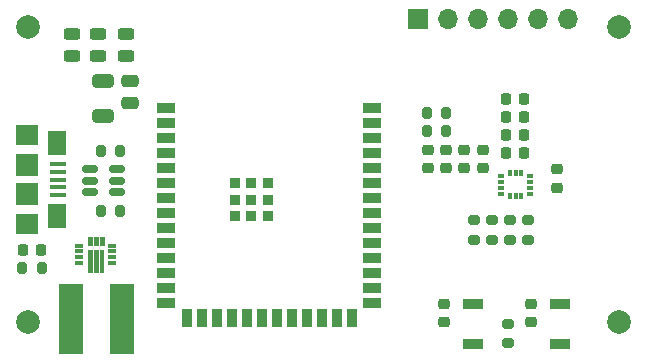
<source format=gts>
G04 #@! TF.GenerationSoftware,KiCad,Pcbnew,9.0.0*
G04 #@! TF.CreationDate,2025-02-24T19:41:21+01:00*
G04 #@! TF.ProjectId,SourceFIle,536f7572-6365-4464-996c-652e6b696361,02*
G04 #@! TF.SameCoordinates,Original*
G04 #@! TF.FileFunction,Soldermask,Top*
G04 #@! TF.FilePolarity,Negative*
%FSLAX46Y46*%
G04 Gerber Fmt 4.6, Leading zero omitted, Abs format (unit mm)*
G04 Created by KiCad (PCBNEW 9.0.0) date 2025-02-24 19:41:21*
%MOMM*%
%LPD*%
G01*
G04 APERTURE LIST*
G04 Aperture macros list*
%AMRoundRect*
0 Rectangle with rounded corners*
0 $1 Rounding radius*
0 $2 $3 $4 $5 $6 $7 $8 $9 X,Y pos of 4 corners*
0 Add a 4 corners polygon primitive as box body*
4,1,4,$2,$3,$4,$5,$6,$7,$8,$9,$2,$3,0*
0 Add four circle primitives for the rounded corners*
1,1,$1+$1,$2,$3*
1,1,$1+$1,$4,$5*
1,1,$1+$1,$6,$7*
1,1,$1+$1,$8,$9*
0 Add four rect primitives between the rounded corners*
20,1,$1+$1,$2,$3,$4,$5,0*
20,1,$1+$1,$4,$5,$6,$7,0*
20,1,$1+$1,$6,$7,$8,$9,0*
20,1,$1+$1,$8,$9,$2,$3,0*%
G04 Aperture macros list end*
%ADD10C,0.010000*%
%ADD11RoundRect,0.225000X-0.225000X-0.250000X0.225000X-0.250000X0.225000X0.250000X-0.225000X0.250000X0*%
%ADD12RoundRect,0.225000X-0.250000X0.225000X-0.250000X-0.225000X0.250000X-0.225000X0.250000X0.225000X0*%
%ADD13RoundRect,0.225000X0.225000X0.250000X-0.225000X0.250000X-0.225000X-0.250000X0.225000X-0.250000X0*%
%ADD14R,1.350000X0.400000*%
%ADD15R,1.600000X2.100000*%
%ADD16R,1.900000X1.800000*%
%ADD17R,1.900000X1.900000*%
%ADD18R,1.500000X0.900000*%
%ADD19R,0.900000X1.500000*%
%ADD20R,0.900000X0.900000*%
%ADD21R,1.700000X1.700000*%
%ADD22O,1.700000X1.700000*%
%ADD23C,2.000000*%
%ADD24RoundRect,0.150000X-0.512500X-0.150000X0.512500X-0.150000X0.512500X0.150000X-0.512500X0.150000X0*%
%ADD25RoundRect,0.243750X-0.456250X0.243750X-0.456250X-0.243750X0.456250X-0.243750X0.456250X0.243750X0*%
%ADD26RoundRect,0.200000X0.275000X-0.200000X0.275000X0.200000X-0.275000X0.200000X-0.275000X-0.200000X0*%
%ADD27R,1.700000X0.900000*%
%ADD28RoundRect,0.200000X-0.200000X-0.275000X0.200000X-0.275000X0.200000X0.275000X-0.200000X0.275000X0*%
%ADD29R,0.576580X0.351536*%
%ADD30R,0.351536X0.576580*%
%ADD31RoundRect,0.250000X0.475000X-0.250000X0.475000X0.250000X-0.475000X0.250000X-0.475000X-0.250000X0*%
%ADD32RoundRect,0.250000X0.650000X-0.325000X0.650000X0.325000X-0.650000X0.325000X-0.650000X-0.325000X0*%
%ADD33RoundRect,0.200000X-0.275000X0.200000X-0.275000X-0.200000X0.275000X-0.200000X0.275000X0.200000X0*%
%ADD34RoundRect,0.225000X0.250000X-0.225000X0.250000X0.225000X-0.250000X0.225000X-0.250000X-0.225000X0*%
%ADD35RoundRect,0.025000X0.300000X-0.120000X0.300000X0.120000X-0.300000X0.120000X-0.300000X-0.120000X0*%
%ADD36RoundRect,0.025000X-0.300000X0.120000X-0.300000X-0.120000X0.300000X-0.120000X0.300000X0.120000X0*%
%ADD37RoundRect,0.200000X0.200000X0.275000X-0.200000X0.275000X-0.200000X-0.275000X0.200000X-0.275000X0*%
%ADD38R,2.000000X6.000000*%
G04 APERTURE END LIST*
D10*
X134240000Y-90830000D02*
X133900000Y-90830000D01*
X133900000Y-90130000D01*
X134240000Y-90130000D01*
X134240000Y-90830000D01*
G36*
X134240000Y-90830000D02*
G01*
X133900000Y-90830000D01*
X133900000Y-90130000D01*
X134240000Y-90130000D01*
X134240000Y-90830000D01*
G37*
X134240000Y-93130000D02*
X133920000Y-93130000D01*
X133920000Y-91240000D01*
X134240000Y-91240000D01*
X134240000Y-93130000D01*
G36*
X134240000Y-93130000D02*
G01*
X133920000Y-93130000D01*
X133920000Y-91240000D01*
X134240000Y-91240000D01*
X134240000Y-93130000D01*
G37*
X134740000Y-90830000D02*
X134400000Y-90830000D01*
X134400000Y-90130000D01*
X134740000Y-90130000D01*
X134740000Y-90830000D01*
G36*
X134740000Y-90830000D02*
G01*
X134400000Y-90830000D01*
X134400000Y-90130000D01*
X134740000Y-90130000D01*
X134740000Y-90830000D01*
G37*
X134740000Y-93130000D02*
X134400000Y-93130000D01*
X134400000Y-91240000D01*
X134740000Y-91240000D01*
X134740000Y-93130000D01*
G36*
X134740000Y-93130000D02*
G01*
X134400000Y-93130000D01*
X134400000Y-91240000D01*
X134740000Y-91240000D01*
X134740000Y-93130000D01*
G37*
X135240000Y-90830000D02*
X134900000Y-90830000D01*
X134900000Y-90130000D01*
X135240000Y-90130000D01*
X135240000Y-90830000D01*
G36*
X135240000Y-90830000D02*
G01*
X134900000Y-90830000D01*
X134900000Y-90130000D01*
X135240000Y-90130000D01*
X135240000Y-90830000D01*
G37*
X135220000Y-93130000D02*
X134900000Y-93130000D01*
X134900000Y-91240000D01*
X135220000Y-91240000D01*
X135220000Y-93130000D01*
G36*
X135220000Y-93130000D02*
G01*
X134900000Y-93130000D01*
X134900000Y-91240000D01*
X135220000Y-91240000D01*
X135220000Y-93130000D01*
G37*
D11*
X128415000Y-91270000D03*
X129965000Y-91270000D03*
D12*
X167325000Y-82798332D03*
X167325000Y-84348332D03*
X171400000Y-95825000D03*
X171400000Y-97375000D03*
D13*
X170850000Y-83073332D03*
X169300000Y-83073332D03*
D14*
X131390000Y-83990000D03*
X131390000Y-84640000D03*
X131390000Y-85290000D03*
X131390000Y-85940000D03*
X131390000Y-86590000D03*
D15*
X131265000Y-82190000D03*
X131265000Y-88390000D03*
D16*
X128715000Y-81490000D03*
D17*
X128715000Y-84090000D03*
X128715000Y-86490000D03*
D16*
X128715000Y-89090000D03*
D18*
X140500000Y-79270000D03*
X140500000Y-80540000D03*
X140500000Y-81810000D03*
X140500000Y-83080000D03*
X140500000Y-84350000D03*
X140500000Y-85620000D03*
X140500000Y-86890000D03*
X140500000Y-88160000D03*
X140500000Y-89430000D03*
X140500000Y-90700000D03*
X140500000Y-91970000D03*
X140500000Y-93240000D03*
X140500000Y-94510000D03*
X140500000Y-95780000D03*
D19*
X142265000Y-97030000D03*
X143535000Y-97030000D03*
X144805000Y-97030000D03*
X146075000Y-97030000D03*
X147345000Y-97030000D03*
X148615000Y-97030000D03*
X149885000Y-97030000D03*
X151155000Y-97030000D03*
X152425000Y-97030000D03*
X153695000Y-97030000D03*
X154965000Y-97030000D03*
X156235000Y-97030000D03*
D18*
X158000000Y-95780000D03*
X158000000Y-94510000D03*
X158000000Y-93240000D03*
X158000000Y-91970000D03*
X158000000Y-90700000D03*
X158000000Y-89430000D03*
X158000000Y-88160000D03*
X158000000Y-86890000D03*
X158000000Y-85620000D03*
X158000000Y-84350000D03*
X158000000Y-83080000D03*
X158000000Y-81810000D03*
X158000000Y-80540000D03*
X158000000Y-79270000D03*
D20*
X147750000Y-86990000D03*
X146350000Y-85590000D03*
X146350000Y-86990000D03*
X146350000Y-88390000D03*
X147750000Y-88390000D03*
X149150000Y-88390000D03*
X149150000Y-86990000D03*
X149150000Y-85590000D03*
X147750000Y-85590000D03*
D21*
X161830000Y-71660000D03*
D22*
X164370000Y-71660000D03*
X166910000Y-71660000D03*
X169450000Y-71660000D03*
X171990000Y-71660000D03*
X174530000Y-71660000D03*
D23*
X178831250Y-72375000D03*
D24*
X134097500Y-84427500D03*
X134097500Y-85377500D03*
X134097500Y-86327500D03*
X136372500Y-86327500D03*
X136372500Y-85377500D03*
X136372500Y-84427500D03*
D25*
X137110000Y-72980000D03*
X137110000Y-74855000D03*
D13*
X170850000Y-79980000D03*
X169300000Y-79980000D03*
D26*
X171201666Y-90403332D03*
X171201666Y-88753332D03*
D13*
X170850000Y-81526666D03*
X169300000Y-81526666D03*
D27*
X173880000Y-99210000D03*
X173880000Y-95810000D03*
D28*
X162575000Y-79636666D03*
X164225000Y-79636666D03*
D29*
X171325300Y-86479633D03*
X171325300Y-85979632D03*
X171325300Y-85479632D03*
X171325300Y-84979631D03*
D30*
X170614999Y-84773332D03*
X170115000Y-84773332D03*
X169615001Y-84773332D03*
D29*
X168904700Y-84979631D03*
X168904700Y-85479632D03*
X168904700Y-85979632D03*
X168904700Y-86479633D03*
D30*
X169615001Y-86685932D03*
X170115000Y-86685932D03*
X170614999Y-86685932D03*
D13*
X170850000Y-78433332D03*
X169300000Y-78433332D03*
D31*
X137470000Y-78810000D03*
X137470000Y-76910000D03*
D25*
X132560000Y-72987500D03*
X132560000Y-74862500D03*
D32*
X135180000Y-79935000D03*
X135180000Y-76985000D03*
D23*
X128791250Y-97375000D03*
D26*
X169500000Y-99150000D03*
X169500000Y-97500000D03*
D33*
X166571666Y-88733332D03*
X166571666Y-90383332D03*
D34*
X173585000Y-85979632D03*
X173585000Y-84429632D03*
D27*
X166520000Y-99210000D03*
X166520000Y-95810000D03*
D35*
X135970000Y-92380000D03*
X135970000Y-91880000D03*
X135970000Y-91380000D03*
X135970000Y-90880000D03*
D36*
X133170000Y-90880000D03*
X133170000Y-91380000D03*
X133170000Y-91880000D03*
X133170000Y-92380000D03*
D28*
X135000000Y-87920000D03*
X136650000Y-87920000D03*
D23*
X128791250Y-72375000D03*
D28*
X162595000Y-81216666D03*
X164245000Y-81216666D03*
D33*
X168115000Y-88733332D03*
X168115000Y-90383332D03*
D28*
X135015000Y-82840000D03*
X136665000Y-82840000D03*
D34*
X164225000Y-84348332D03*
X164225000Y-82798332D03*
D25*
X134790000Y-72987500D03*
X134790000Y-74862500D03*
D34*
X162675000Y-84348332D03*
X162675000Y-82798332D03*
D23*
X178831250Y-97375000D03*
D37*
X130015000Y-92800000D03*
X128365000Y-92800000D03*
D38*
X132465000Y-97090000D03*
X136765000Y-97090000D03*
D34*
X165775000Y-84348332D03*
X165775000Y-82798332D03*
D12*
X164050000Y-95815000D03*
X164050000Y-97365000D03*
D33*
X169658333Y-88733332D03*
X169658333Y-90383332D03*
M02*

</source>
